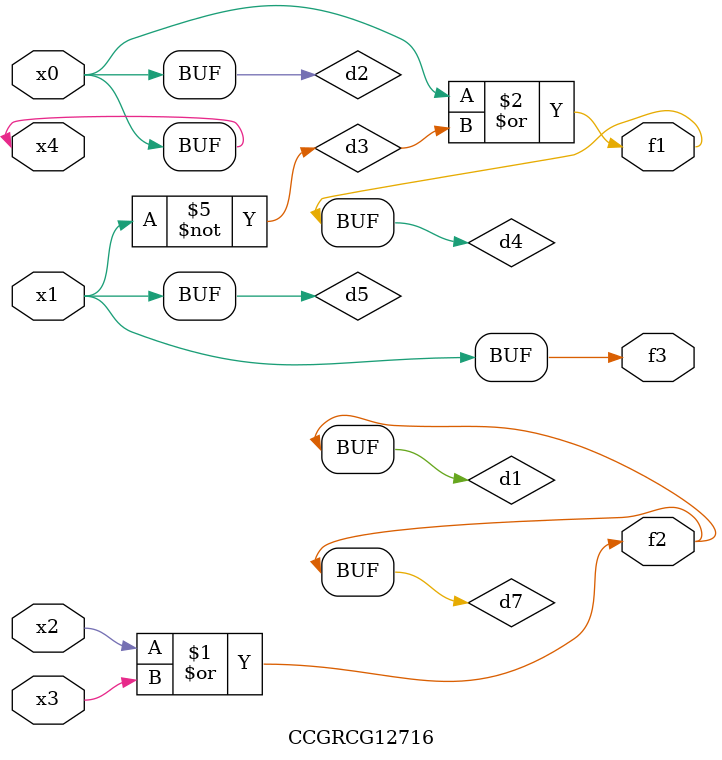
<source format=v>
module CCGRCG12716(
	input x0, x1, x2, x3, x4,
	output f1, f2, f3
);

	wire d1, d2, d3, d4, d5, d6, d7;

	or (d1, x2, x3);
	buf (d2, x0, x4);
	not (d3, x1);
	or (d4, d2, d3);
	not (d5, d3);
	nand (d6, d1, d3);
	or (d7, d1);
	assign f1 = d4;
	assign f2 = d7;
	assign f3 = d5;
endmodule

</source>
